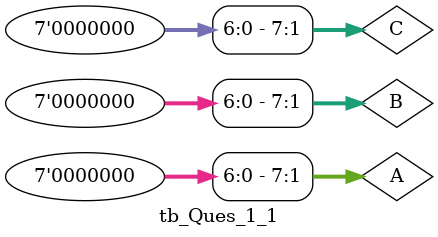
<source format=v>
`timescale 1ns/1ns

module func(A, B, C, D, R);

    input A, B, C, D;
    output R;

    assign R = (A & (~C) & (~D)) | (B & (~C) & D) | (B & C & D) | (A & C & (~D)) | ((~A) & (~B) & (~C));

endmodule

module one_bit_adder(A, B, C, C_in, O, C_out);
    
    input A, B, C, C_in;
    output O, C_out;

    func func_1(A, B, C, C_in, O);
    func func_2(C_in, A, B, C, C_out);

endmodule

module eight_bit_adder(A, B, C, C_in, R, C_out);

    input [7:0] A, B, C;
    input C_in;
    output [7:0] R, C_out;

    one_bit_adder adder1(A[0], B[0], C[0], C_in, R[0], C_out[0]);
    one_bit_adder adder2(A[1], B[1], C[1], C_out[0], R[1], C_out[1]);
    one_bit_adder adder3(A[2], B[2], C[2], C_out[1], R[2], C_out[2]);
    one_bit_adder adder4(A[3], B[3], C[3], C_out[2], R[3], C_out[3]);
    one_bit_adder adder5(A[4], B[4], C[4], C_out[3], R[4], C_out[4]);
    one_bit_adder adder6(A[5], B[5], C[5], C_out[4], R[5], C_out[5]);
    one_bit_adder adder7(A[6], B[6], C[6], C_out[5], R[6], C_out[6]);
    one_bit_adder adder8(A[7], B[7], C[7], C_out[6], R[7], C_out[7]);

endmodule

module tb_Ques_1_1;

    reg [7:0] A, B, C;
    wire [7:0] R, C_out;

    eight_bit_adder eight_bit_adder_1(A, B, C, 1'b0, R, C_out);

    initial begin
        A = 0;
        B = 0;
        C = 0;
        #5;

        $monitor("A = %b, B = %b, C = %b, R = %b", A, B, C, R);

        repeat(10) begin
            A = $random;
            B = $random;
            C = $random;
            #15;
        end
    end

endmodule
</source>
